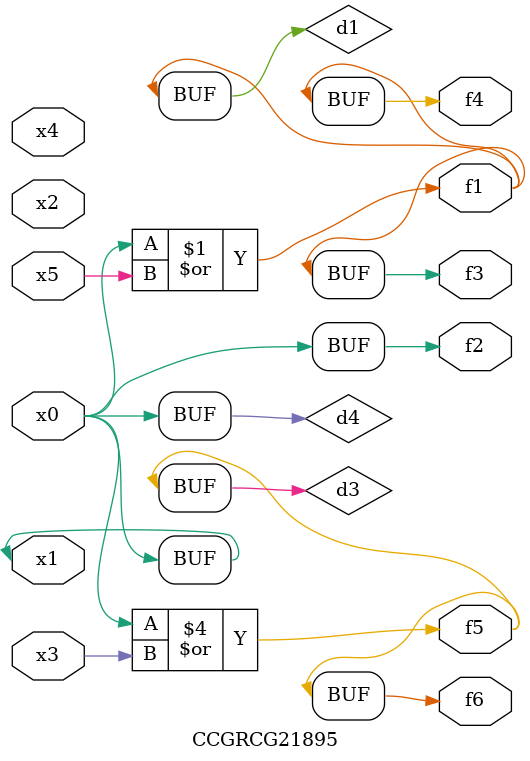
<source format=v>
module CCGRCG21895(
	input x0, x1, x2, x3, x4, x5,
	output f1, f2, f3, f4, f5, f6
);

	wire d1, d2, d3, d4;

	or (d1, x0, x5);
	xnor (d2, x1, x4);
	or (d3, x0, x3);
	buf (d4, x0, x1);
	assign f1 = d1;
	assign f2 = d4;
	assign f3 = d1;
	assign f4 = d1;
	assign f5 = d3;
	assign f6 = d3;
endmodule

</source>
